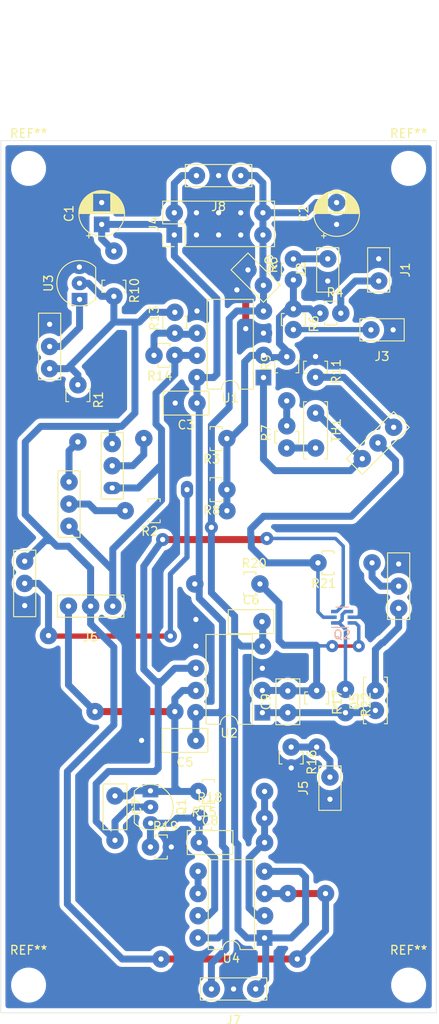
<source format=kicad_pcb>
(kicad_pcb (version 20171130) (host pcbnew "(5.1.7-0-10_14)")
  (layers (0 F.Cu signal) (31 B.Cu signal) (34 B.Paste user) (35 F.Paste user) (36 B.SilkS user) (37 F.SilkS user hide) (38 B.Mask user) (39 F.Mask user) (44 Edge.Cuts user))
  (net 0 "")
  (net 1 +12V)
  (net 2 GND)
  (net 3 -12V)
  (net 4 VCO_CORE)
  (net 5 RAW_SAW)
  (net 6 "Net-(C8-Pad2)")
  (net 7 "Net-(C8-Pad1)")
  (net 8 "Net-(C9-Pad1)")
  (net 9 "Net-(C9-Pad2)")
  (net 10 +5V)
  (net 11 "Net-(D5-Pad2)")
  (net 12 "Net-(J1-Pad1)")
  (net 13 "Net-(J2-Pad1)")
  (net 14 "Net-(J3-Pad1)")
  (net 15 "Net-(J5-Pad1)")
  (net 16 -5V)
  (net 17 "Net-(Q2-Pad1)")
  (net 18 EXPO)
  (net 19 "Net-(R1-Pad2)")
  (net 20 CV_MIX)
  (net 21 "Net-(R2-Pad2)")
  (net 22 "Net-(R3-Pad2)")
  (net 23 "Net-(R8-Pad2)")
  (net 24 "Net-(R11-Pad2)")
  (net 25 "Net-(R13-Pad1)")
  (net 26 "Net-(R21-Pad1)")
  (net 27 "Net-(RV_5V1-Pad2)")
  (net 28 "Net-(U4-Pad5)")
  (net 29 "Net-(R7-Pad2)")
  (net 30 "Net-(R7-Pad1)")
  (net 31 "Net-(RV_VOCT1-Pad1)")
  (module Zimo_Manual_PCB:C_Disc_D5.0mm_W2.5mm_P2.50mm (layer F.Cu) (at 118.872 117.5385 270)
    (fp_text reference C7 (at 1.25 -2.5 270) (layer F.SilkS))
    (fp_text value 2.2n)
    (pad 2 thru_hole circle (at 5.08 0 270) (size 2 2) (drill 0.6) (layers *.Cu *.Mask) (net 4 VCO_CORE))
    (pad 1 thru_hole circle (at 0 0 270) (size 2 2) (drill 0.6) (layers *.Cu *.Mask) (net 5 RAW_SAW))
  )
  (module MountingHole:MountingHole_3mm (layer F.Cu) (at 152.527 45.72)
    (fp_text reference REF** (at 0 -4) (layer F.SilkS))
    (fp_text value MountingHole_3mm hide)
    (pad 1 np_thru_hole circle (at 0 0) (size 3 3) (drill 3) (layers *.Cu *.Mask))
  )
  (module MountingHole:MountingHole_3mm (layer F.Cu) (at 108.966 45.72)
    (fp_text reference REF** (at 0 -4) (layer F.SilkS))
    (fp_text value MountingHole_3mm hide)
    (pad 1 np_thru_hole circle (at 0 0) (size 3 3) (drill 3) (layers *.Cu *.Mask))
  )
  (module MountingHole:MountingHole_3mm (layer F.Cu) (at 152.527 139.192)
    (fp_text reference REF** (at 0 -4) (layer F.SilkS))
    (fp_text value MountingHole_3mm hide)
    (pad 1 np_thru_hole circle (at 0 0) (size 3 3) (drill 3) (layers *.Cu *.Mask))
  )
  (module MountingHole:MountingHole_3mm (layer F.Cu) (at 108.966 139.192)
    (fp_text reference REF** (at 0 -4) (layer F.SilkS))
    (fp_text value MountingHole_3mm hide)
    (pad 1 np_thru_hole circle (at 0 0) (size 3 3) (drill 3) (layers *.Cu *.Mask))
  )
  (module Zimo_Manual_PCB:R_Axial_Vertical (layer F.Cu) (at 118.745 57.9755 270)
    (fp_text reference R10 (at 1.7272 -2.3622 270) (layer F.SilkS))
    (fp_text value 1k)
    (pad 2 thru_hole oval (at 2.3876 0 270) (size 2 2) (drill 0.6) (layers *.Cu *.Mask) (net 10 +5V))
    (pad 1 thru_hole circle (at -2.794 0 270) (size 2 2) (drill 0.6) (layers *.Cu *.Mask) (net 1 +12V))
  )
  (module Zimo_Manual_PCB:R_Axial_Vertical (layer F.Cu) (at 124.587 84.8995 180)
    (fp_text reference R2 (at 1.7272 -2.3622) (layer F.SilkS))
    (fp_text value 100k)
    (pad 1 thru_hole circle (at -7.112 0 180) (size 2 2) (drill 0.6) (layers *.Cu *.Mask) (net 20 CV_MIX))
    (pad 2 thru_hole oval (at 4.5466 0 180) (size 2 2) (drill 0.6) (layers *.Cu *.Mask) (net 21 "Net-(R2-Pad2)"))
  )
  (module Zimo_Manual_PCB:R_Axial_Vertical (layer F.Cu) (at 141.986 105.0925 270)
    (fp_text reference R17 (at 1.7272 -2.3622 270) (layer F.SilkS))
    (fp_text value 1M)
    (pad 2 thru_hole oval (at 6.858 0 270) (size 2 2) (drill 0.6) (layers *.Cu *.Mask) (net 15 "Net-(J5-Pad1)"))
    (pad 1 thru_hole circle (at 0.381 0 270) (size 2 2) (drill 0.6) (layers *.Cu *.Mask) (net 9 "Net-(C9-Pad2)"))
  )
  (module Zimo_Manual_PCB:C_Disc_D5.0mm_W2.5mm_P2.50mm (layer F.Cu) (at 128.524 122.8725)
    (fp_text reference C8 (at 1.25 -2.5) (layer F.SilkS))
    (fp_text value 22p)
    (pad 2 thru_hole circle (at 7.493 0) (size 2 2) (drill 0.6) (layers *.Cu *.Mask) (net 6 "Net-(C8-Pad2)"))
    (pad 1 thru_hole circle (at 0 0) (size 2 2) (drill 0.6) (layers *.Cu *.Mask) (net 7 "Net-(C8-Pad1)"))
  )
  (module Zimo_Manual_PCB:R_Axial_Vertical (layer F.Cu) (at 128.016 120.0785)
    (fp_text reference R18 (at 1.7272 -2.3622) (layer F.SilkS))
    (fp_text value 330k)
    (pad 1 thru_hole circle (at 0.508 0) (size 2 2) (drill 0.6) (layers *.Cu *.Mask) (net 7 "Net-(C8-Pad1)"))
    (pad 2 thru_hole oval (at 8.001 0) (size 2 2) (drill 0.6) (layers *.Cu *.Mask) (net 6 "Net-(C8-Pad2)"))
  )
  (module Zimo_Manual_PCB:R_Axial_Vertical (layer F.Cu) (at 130.81 117.0305 180)
    (fp_text reference R15 (at 1.7272 -2.3622 180) (layer F.SilkS))
    (fp_text value 22k)
    (pad 1 thru_hole circle (at -5.207 0 180) (size 2 2) (drill 0.6) (layers *.Cu *.Mask) (net 6 "Net-(C8-Pad2)"))
    (pad 2 thru_hole oval (at 2.3876 0 180) (size 2 2) (drill 0.6) (layers *.Cu *.Mask) (net 5 RAW_SAW))
  )
  (module Zimo_Manual_PCB:C_Disc_D5.0mm_W2.5mm_P2.50mm (layer F.Cu) (at 128.143 111.1885 180)
    (fp_text reference C5 (at 1.25 -2.5 180) (layer F.SilkS))
    (fp_text value 100n)
    (pad 2 thru_hole circle (at 6.223 0 180) (size 2 2) (drill 0.6) (layers *.Cu *.Mask) (net 2 GND))
    (pad 1 thru_hole circle (at 0 0 180) (size 2 2) (drill 0.6) (layers *.Cu *.Mask) (net 1 +12V))
  )
  (module Zimo_Manual_PCB:R_Axial_Vertical (layer F.Cu) (at 144.526 90.8685 180)
    (fp_text reference R21 (at 1.7272 -2.3622 180) (layer F.SilkS))
    (fp_text value 10k)
    (pad 2 thru_hole oval (at 2.3876 0 180) (size 2 2) (drill 0.6) (layers *.Cu *.Mask) (net 18 EXPO))
    (pad 1 thru_hole circle (at -3.81 0 180) (size 2 2) (drill 0.6) (layers *.Cu *.Mask) (net 26 "Net-(R21-Pad1)"))
  )
  (module Zimo_Manual_PCB:C_Disc_D5.0mm_W2.5mm_P2.50mm (layer F.Cu) (at 133.223 97.5995)
    (fp_text reference C6 (at 1.25 -2.5) (layer F.SilkS))
    (fp_text value 100n)
    (pad 1 thru_hole circle (at -5.08 -0.254) (size 2 2) (drill 0.6) (layers *.Cu *.Mask) (net 2 GND))
    (pad 2 thru_hole circle (at 2.5 0) (size 2 2) (drill 0.6) (layers *.Cu *.Mask) (net 3 -12V))
  )
  (module Zimo_Manual_PCB:R_Axial_Vertical (layer F.Cu) (at 133.096 93.2815)
    (fp_text reference R20 (at 1.7272 -2.3622) (layer F.SilkS))
    (fp_text value 1M)
    (pad 1 thru_hole circle (at -5.08 0) (size 2 2) (drill 0.6) (layers *.Cu *.Mask) (net 1 +12V))
    (pad 2 thru_hole oval (at 2.3876 0) (size 2 2) (drill 0.6) (layers *.Cu *.Mask) (net 9 "Net-(C9-Pad2)"))
  )
  (module Zimo_Manual_PCB:R_Axial_Vertical (layer F.Cu) (at 131.699 76.6445 180)
    (fp_text reference R3 (at 1.7272 -2.3622 180) (layer F.SilkS))
    (fp_text value 100k)
    (pad 1 thru_hole circle (at 0 0 180) (size 2 2) (drill 0.6) (layers *.Cu *.Mask) (net 20 CV_MIX))
    (pad 2 thru_hole oval (at 9.525 0 180) (size 2 2) (drill 0.6) (layers *.Cu *.Mask) (net 22 "Net-(R3-Pad2)"))
  )
  (module Zimo_Manual_PCB:R_Axial_Vertical (layer F.Cu) (at 131.699 82.4865 180)
    (fp_text reference R8 (at 1.7272 -2.3622 180) (layer F.SilkS))
    (fp_text value 470k)
    (pad 2 thru_hole oval (at 4.572 0 180) (size 1.4 2) (drill 0.6) (layers *.Cu *.Mask) (net 23 "Net-(R8-Pad2)"))
    (pad 1 thru_hole circle (at 0 0 180) (size 2 2) (drill 0.6) (layers *.Cu *.Mask) (net 20 CV_MIX))
  )
  (module Zimo_Manual_PCB:CP_Radial_D5.0mm_P2.50mm (layer F.Cu) (at 117.348 52.1335 90)
    (fp_text reference C1 (at 1.25 -3.75 90) (layer F.SilkS))
    (fp_text value 10u)
    (pad 1 thru_hole rect (at 0 0 90) (size 1.8 1.8) (drill 0.6) (layers *.Cu *.Mask) (net 1 +12V))
    (pad 2 thru_hole circle (at 2.5 0 90) (size 2 2) (drill 0.6) (layers *.Cu *.Mask) (net 2 GND))
  )
  (module Zimo_Manual_PCB:CP_Radial_D5.0mm_P2.50mm (layer F.Cu) (at 144.272 52.1335 90)
    (fp_text reference C2 (at 1.25 -3.75 90) (layer F.SilkS))
    (fp_text value 10u)
    (pad 2 thru_hole circle (at 2.5 0 90) (size 2 2) (drill 0.6) (layers *.Cu *.Mask) (net 3 -12V))
    (pad 1 thru_hole rect (at 0 0 90) (size 1.8 1.8) (drill 0.6) (layers *.Cu *.Mask) (net 2 GND))
  )
  (module Zimo_Manual_PCB:C_Disc_D5.0mm_W2.5mm_P2.50mm (layer F.Cu) (at 128.27 72.5805 180)
    (fp_text reference C3 (at 1.25 -2.5) (layer F.SilkS))
    (fp_text value 100n)
    (pad 2 thru_hole circle (at 2.5 0 180) (size 2 2) (drill 0.6) (layers *.Cu *.Mask) (net 2 GND))
    (pad 1 thru_hole circle (at 0 0 180) (size 2 2) (drill 0.6) (layers *.Cu *.Mask) (net 1 +12V))
  )
  (module Zimo_Manual_PCB:C_Disc_D5.0mm_W2.5mm_P2.50mm (layer F.Cu) (at 134.112 57.3405 315)
    (fp_text reference C4 (at 1.25 -2.5 135) (layer F.SilkS))
    (fp_text value 100n)
    (pad 1 thru_hole circle (at 0 0 315) (size 2 2) (drill 0.6) (layers *.Cu *.Mask) (net 2 GND))
    (pad 2 thru_hole circle (at 2.5 0 315) (size 2 2) (drill 0.6) (layers *.Cu *.Mask) (net 3 -12V))
  )
  (module Zimo_Manual_PCB:C_Disc_D5.0mm_W2.5mm_P2.50mm (layer F.Cu) (at 138.684 108.0135 90)
    (fp_text reference C9 (at 1.25 -2.5 90) (layer F.SilkS))
    (fp_text value 1n)
    (pad 1 thru_hole circle (at 0 0 90) (size 2 2) (drill 0.6) (layers *.Cu *.Mask) (net 8 "Net-(C9-Pad1)"))
    (pad 2 thru_hole circle (at 2.5 0 90) (size 2 2) (drill 0.6) (layers *.Cu *.Mask) (net 9 "Net-(C9-Pad2)"))
  )
  (module Zimo_Manual_PCB:D_Axial-Vertical (layer F.Cu) (at 148.717 107.7595 90)
    (fp_text reference D5 (at 1.016 -2.37 90) (layer F.SilkS))
    (fp_text value 1N4148)
    (pad 2 thru_hole oval (at 2.286 0 90) (size 2 2) (drill 0.6) (layers *.Cu *.Mask) (net 11 "Net-(D5-Pad2)"))
    (pad 1 thru_hole circle (at 0 0 90) (size 2 2) (drill 0.6) (layers *.Cu *.Mask) (net 8 "Net-(C9-Pad1)"))
  )
  (module Zimo_Manual_PCB:NSL25_01x02_Vertical (layer F.Cu) (at 149.098 58.6105 90)
    (fp_text reference J1 (at 1.27 3.048 90) (layer F.SilkS))
    (fp_text value V/Oct)
    (pad 1 thru_hole circle (at 0 0 90) (size 2 2) (drill 0.6) (layers *.Cu *.Mask) (net 12 "Net-(J1-Pad1)"))
    (pad 2 thru_hole circle (at 2.54 0 90) (size 2 2) (drill 0.6) (layers *.Cu *.Mask) (net 2 GND))
  )
  (module Zimo_Manual_PCB:NSL25_01x02_Vertical (layer F.Cu) (at 143.256 56.0705 270)
    (fp_text reference J2 (at 1.27 3.048 90) (layer F.SilkS))
    (fp_text value V/Oct)
    (pad 2 thru_hole circle (at 2.54 0 270) (size 2 2) (drill 0.6) (layers *.Cu *.Mask) (net 2 GND))
    (pad 1 thru_hole circle (at 0 0 270) (size 2 2) (drill 0.6) (layers *.Cu *.Mask) (net 13 "Net-(J2-Pad1)"))
  )
  (module Zimo_Manual_PCB:NSL25_01x02_Vertical (layer F.Cu) (at 148.209 64.1985)
    (fp_text reference J3 (at 1.27 3.048) (layer F.SilkS))
    (fp_text value V/Oct)
    (pad 1 thru_hole circle (at 0 0) (size 2 2) (drill 0.6) (layers *.Cu *.Mask) (net 14 "Net-(J3-Pad1)"))
    (pad 2 thru_hole circle (at 2.54 0) (size 2 2) (drill 0.6) (layers *.Cu *.Mask) (net 2 GND))
  )
  (module Zimo_Manual_PCB:Eurorack_Power_Supply (layer F.Cu) (at 125.6665 53.34 90)
    (fp_text reference J4 (at 1.27 -2.33 90) (layer F.SilkS))
    (fp_text value Power)
    (pad 10 thru_hole oval (at 2.54 10.16 90) (size 2 2) (drill 0.6) (layers *.Cu *.Mask) (net 3 -12V))
    (pad 9 thru_hole oval (at 0 10.16 90) (size 2 2) (drill 0.6) (layers *.Cu *.Mask) (net 3 -12V))
    (pad 8 thru_hole oval (at 2.54 7.62 90) (size 2 2) (drill 0.6) (layers *.Cu *.Mask) (net 2 GND))
    (pad 7 thru_hole oval (at 0 7.62 90) (size 2 2) (drill 0.6) (layers *.Cu *.Mask) (net 2 GND))
    (pad 6 thru_hole oval (at 2.54 5.08 90) (size 2 2) (drill 0.6) (layers *.Cu *.Mask) (net 2 GND))
    (pad 5 thru_hole oval (at 0 5.08 90) (size 2 2) (drill 0.6) (layers *.Cu *.Mask) (net 2 GND))
    (pad 4 thru_hole oval (at 2.54 2.54 90) (size 2 2) (drill 0.6) (layers *.Cu *.Mask) (net 2 GND))
    (pad 3 thru_hole oval (at 0 2.54 90) (size 2 2) (drill 0.6) (layers *.Cu *.Mask) (net 2 GND))
    (pad 2 thru_hole oval (at 2.54 0 90) (size 2 2) (drill 0.6) (layers *.Cu *.Mask) (net 1 +12V))
    (pad 1 thru_hole rect (at 0 0 90) (size 1.8 1.8) (drill 0.6) (layers *.Cu *.Mask) (net 1 +12V))
  )
  (module Zimo_Manual_PCB:NSL25_01x02_Vertical (layer F.Cu) (at 143.51 115.3795 270)
    (fp_text reference J5 (at 1.27 3.048 90) (layer F.SilkS))
    (fp_text value "FM Lin")
    (pad 2 thru_hole circle (at 2.54 0 270) (size 2 2) (drill 0.6) (layers *.Cu *.Mask) (net 2 GND))
    (pad 1 thru_hole circle (at 0 0 270) (size 2 2) (drill 0.6) (layers *.Cu *.Mask) (net 15 "Net-(J5-Pad1)"))
  )
  (module Zimo_Manual_PCB:NSL25_01x03_Vertical (layer F.Cu) (at 113.538 95.8215)
    (fp_text reference J6 (at 2.54 3.556) (layer F.SilkS))
    (fp_text value Out_1)
    (pad 3 thru_hole circle (at 5.08 0) (size 2 2) (drill 0.6) (layers *.Cu *.Mask) (net 16 -5V))
    (pad 2 thru_hole circle (at 2.54 0) (size 2 2) (drill 0.6) (layers *.Cu *.Mask) (net 10 +5V))
    (pad 1 thru_hole circle (at 0 0) (size 2 2) (drill 0.6) (layers *.Cu *.Mask) (net 5 RAW_SAW))
  )
  (module Zimo_Manual_PCB:NSL25_01x03_Vertical (layer F.Cu) (at 129.921 139.6365)
    (fp_text reference J7 (at 2.54 3.556) (layer F.SilkS))
    (fp_text value Out_2)
    (pad 3 thru_hole circle (at 5.08 0) (size 2 2) (drill 0.6) (layers *.Cu *.Mask) (net 3 -12V))
    (pad 2 thru_hole circle (at 2.54 0) (size 2 2) (drill 0.6) (layers *.Cu *.Mask) (net 2 GND))
    (pad 1 thru_hole circle (at 0 0) (size 2 2) (drill 0.6) (layers *.Cu *.Mask) (net 1 +12V))
  )
  (module Zimo_Manual_PCB:TO-92_Inline (layer F.Cu) (at 122.936 117.5385 270)
    (fp_text reference Q1 (at 1.27 -3.56 90) (layer F.SilkS))
    (fp_text value J111)
    (pad 2 thru_hole oval (at 1.27 0 270) (size 1.6 1.8) (drill 0.6) (layers *.Cu *.Mask) (net 4 VCO_CORE))
    (pad 3 thru_hole oval (at 3.1242 -0.0254 270) (size 1.6 1.8) (drill 0.6) (layers *.Cu *.Mask) (net 7 "Net-(C8-Pad1)"))
    (pad 1 thru_hole rect (at -0.5842 0 270) (size 1.5 1.8) (drill 0.6) (layers *.Cu *.Mask) (net 5 RAW_SAW))
  )
  (module Zimo_Manual_PCB:R_Axial_Vertical (layer F.Cu) (at 114.6175 70.485 270)
    (fp_text reference R1 (at 1.7272 -2.3622 90) (layer F.SilkS))
    (fp_text value 10k)
    (pad 2 thru_hole oval (at 6.5405 0 270) (size 2 2) (drill 0.6) (layers *.Cu *.Mask) (net 19 "Net-(R1-Pad2)"))
    (pad 1 thru_hole circle (at 0 0 270) (size 2 2) (drill 0.6) (layers *.Cu *.Mask) (net 10 +5V))
  )
  (module Zimo_Manual_PCB:R_Axial_Vertical (layer F.Cu) (at 142.367 62.2935)
    (fp_text reference R4 (at 1.7272 -2.3622) (layer F.SilkS))
    (fp_text value "100k(0.1%)")
    (pad 2 thru_hole oval (at 2.3876 0) (size 2 2) (drill 0.6) (layers *.Cu *.Mask) (net 12 "Net-(J1-Pad1)"))
    (pad 1 thru_hole circle (at 0 0) (size 2 2) (drill 0.6) (layers *.Cu *.Mask) (net 20 CV_MIX))
  )
  (module Zimo_Manual_PCB:R_Axial_Vertical (layer F.Cu) (at 139.319 58.4835 90)
    (fp_text reference R5 (at 1.7272 -2.3622 90) (layer F.SilkS))
    (fp_text value "100k(0.1%)")
    (pad 1 thru_hole circle (at 0 0 90) (size 2 2) (drill 0.6) (layers *.Cu *.Mask) (net 20 CV_MIX))
    (pad 2 thru_hole oval (at 2.3876 0 90) (size 2 2) (drill 0.6) (layers *.Cu *.Mask) (net 13 "Net-(J2-Pad1)"))
  )
  (module Zimo_Manual_PCB:R_Axial_Vertical (layer F.Cu) (at 139.319 61.7855 270)
    (fp_text reference R6 (at 1.7272 -2.3622 90) (layer F.SilkS))
    (fp_text value "100k(0.1%)")
    (pad 2 thru_hole oval (at 2.3876 0 270) (size 2 2) (drill 0.6) (layers *.Cu *.Mask) (net 14 "Net-(J3-Pad1)"))
    (pad 1 thru_hole circle (at 0 0 270) (size 2 2) (drill 0.6) (layers *.Cu *.Mask) (net 20 CV_MIX))
  )
  (module Zimo_Manual_PCB:R_Axial_Vertical (layer F.Cu) (at 138.557 69.6595 90)
    (fp_text reference R9 (at 1.7272 -2.3622 90) (layer F.SilkS))
    (fp_text value 1k)
    (pad 1 thru_hole circle (at -2.667 0 90) (size 2 2) (drill 0.6) (layers *.Cu *.Mask) (net 29 "Net-(R7-Pad2)"))
    (pad 2 thru_hole oval (at 2.3876 0 90) (size 2 2) (drill 0.6) (layers *.Cu *.Mask) (net 20 CV_MIX))
  )
  (module Zimo_Manual_PCB:R_Axial_Vertical (layer F.Cu) (at 141.859 67.2465 270)
    (fp_text reference R11 (at 1.7272 -2.3622 90) (layer F.SilkS))
    (fp_text value 220)
    (pad 2 thru_hole oval (at 2.3876 0 270) (size 2 2) (drill 0.6) (layers *.Cu *.Mask) (net 24 "Net-(R11-Pad2)"))
    (pad 1 thru_hole circle (at 0 0 270) (size 2 2) (drill 0.6) (layers *.Cu *.Mask) (net 2 GND))
  )
  (module Zimo_Manual_PCB:R_Axial_Vertical (layer F.Cu) (at 125.73 64.5795 90)
    (fp_text reference R13 (at 1.7272 -2.3622 90) (layer F.SilkS))
    (fp_text value "10k(1%)")
    (pad 1 thru_hole circle (at 0 0 90) (size 2 2) (drill 0.6) (layers *.Cu *.Mask) (net 25 "Net-(R13-Pad1)"))
    (pad 2 thru_hole oval (at 2.3876 0 90) (size 2 2) (drill 0.6) (layers *.Cu *.Mask) (net 10 +5V))
  )
  (module Zimo_Manual_PCB:R_Axial_Vertical (layer F.Cu) (at 125.73 67.1195 180)
    (fp_text reference R14 (at 1.7272 -2.3622) (layer F.SilkS))
    (fp_text value "10k(1%)")
    (pad 1 thru_hole circle (at 0 0 180) (size 2 2) (drill 0.6) (layers *.Cu *.Mask) (net 16 -5V))
    (pad 2 thru_hole oval (at 2.3876 0 180) (size 2 2) (drill 0.6) (layers *.Cu *.Mask) (net 25 "Net-(R13-Pad1)"))
  )
  (module Zimo_Manual_PCB:R_Axial_Vertical (layer F.Cu) (at 139.065 111.9505 270)
    (fp_text reference R16 (at 1.7272 -2.3622 90) (layer F.SilkS))
    (fp_text value 100k)
    (pad 1 thru_hole circle (at 0 0 270) (size 2 2) (drill 0.6) (layers *.Cu *.Mask) (net 15 "Net-(J5-Pad1)"))
    (pad 2 thru_hole oval (at 2.3876 0 270) (size 2 2) (drill 0.6) (layers *.Cu *.Mask) (net 2 GND))
  )
  (module Zimo_Manual_PCB:R_Axial_Vertical (layer F.Cu) (at 122.936 123.3805)
    (fp_text reference R19 (at 1.7272 -2.3622) (layer F.SilkS))
    (fp_text value 2.2k)
    (pad 2 thru_hole oval (at 2.3876 0) (size 2 2) (drill 0.6) (layers *.Cu *.Mask) (net 2 GND))
    (pad 1 thru_hole circle (at 0 0) (size 2 2) (drill 0.6) (layers *.Cu *.Mask) (net 7 "Net-(C8-Pad1)"))
  )
  (module Zimo_Manual_PCB:R_Axial_Vertical (layer F.Cu) (at 145.288 105.3465 270)
    (fp_text reference R22 (at 1.7272 -2.3622 90) (layer F.SilkS))
    (fp_text value 10k)
    (pad 2 thru_hole oval (at 2.667 0 270) (size 2 2) (drill 0.6) (layers *.Cu *.Mask) (net 8 "Net-(C9-Pad1)"))
    (pad 1 thru_hole circle (at 0 0 270) (size 2 2) (drill 0.6) (layers *.Cu *.Mask) (net 17 "Net-(Q2-Pad1)"))
  )
  (module Zimo_Manual_PCB:PinOut_01x03 (layer F.Cu) (at 111.379 63.5635 270)
    (fp_text reference RV_5V1)
    (fp_text value 10k)
    (pad 3 thru_hole circle (at 5.08 0 270) (size 2 2) (drill 0.6) (layers *.Cu *.Mask) (net 10 +5V))
    (pad 2 thru_hole circle (at 2.54 0 270) (size 2 2) (drill 0.6) (layers *.Cu *.Mask) (net 27 "Net-(RV_5V1-Pad2)"))
    (pad 1 thru_hole circle (at 0 0 270) (size 2 2) (drill 0.6) (layers *.Cu *.Mask) (net 2 GND))
  )
  (module Zimo_Manual_PCB:PinOut_01x03 (layer F.Cu) (at 113.6015 81.5975 270)
    (fp_text reference RV_BASE1)
    (fp_text value 10k)
    (pad 3 thru_hole circle (at 5.08 0 270) (size 2 2) (drill 0.6) (layers *.Cu *.Mask) (net 16 -5V))
    (pad 2 thru_hole circle (at 2.54 0 270) (size 2 2) (drill 0.6) (layers *.Cu *.Mask) (net 21 "Net-(R2-Pad2)"))
    (pad 1 thru_hole circle (at 0 0 270) (size 2 2) (drill 0.6) (layers *.Cu *.Mask) (net 19 "Net-(R1-Pad2)"))
  )
  (module Zimo_Manual_PCB:NSL25_01x03_Vertical (layer F.Cu) (at 118.5545 77.216 270)
    (fp_text reference RV_COARSE1)
    (fp_text value 100k)
    (pad 1 thru_hole circle (at 0 0 270) (size 2 2) (drill 0.6) (layers *.Cu *.Mask) (net 10 +5V))
    (pad 2 thru_hole circle (at 2.54 0 270) (size 2 2) (drill 0.6) (layers *.Cu *.Mask) (net 22 "Net-(R3-Pad2)"))
    (pad 3 thru_hole oval (at 5.08 0 270) (size 1.4 2) (drill 0.6) (layers *.Cu *.Mask) (net 16 -5V))
  )
  (module Zimo_Manual_PCB:NSL25_01x03_Vertical (layer F.Cu) (at 108.5215 90.678 270)
    (fp_text reference RV_FINE1)
    (fp_text value 100k)
    (pad 1 thru_hole circle (at 0 0 270) (size 2 2) (drill 0.6) (layers *.Cu *.Mask) (net 10 +5V))
    (pad 2 thru_hole circle (at 2.54 0 270) (size 2 2) (drill 0.6) (layers *.Cu *.Mask) (net 23 "Net-(R8-Pad2)"))
    (pad 3 thru_hole circle (at 5.08 0 270) (size 2 2) (drill 0.6) (layers *.Cu *.Mask) (net 2 GND))
  )
  (module Zimo_Manual_PCB:PinOut_01x03 (layer F.Cu) (at 151.384 90.9955 270)
    (fp_text reference RV_HIFREQ1)
    (fp_text value 2.2k)
    (pad 1 thru_hole circle (at 0 0 270) (size 2 2) (drill 0.6) (layers *.Cu *.Mask) (net 2 GND))
    (pad 2 thru_hole circle (at 2.54 0 270) (size 2 2) (drill 0.6) (layers *.Cu *.Mask) (net 26 "Net-(R21-Pad1)"))
    (pad 3 thru_hole circle (at 5.08 0 270) (size 2 2) (drill 0.6) (layers *.Cu *.Mask) (net 11 "Net-(D5-Pad2)"))
  )
  (module Zimo_Manual_PCB:PinOut_01x03 (layer F.Cu) (at 147.2184 78.9432 45)
    (fp_text reference RV_VOCT1)
    (fp_text value 100)
    (pad 1 thru_hole circle (at 0 0 45) (size 2 2) (drill 0.6) (layers *.Cu *.Mask) (net 31 "Net-(RV_VOCT1-Pad1)"))
    (pad 2 thru_hole circle (at 2.54 0 45) (size 2 2) (drill 0.6) (layers *.Cu *.Mask) (net 18 EXPO))
    (pad 3 thru_hole circle (at 5.08 0 45) (size 2 2) (drill 0.6) (layers *.Cu *.Mask) (net 24 "Net-(R11-Pad2)"))
  )
  (module Zimo_Manual_PCB:DIP-8_W7.62mm (layer F.Cu) (at 135.89 69.6595 180)
    (fp_text reference U1 (at 3.81 -2.33) (layer F.SilkS))
    (fp_text value TL072)
    (pad 8 thru_hole oval (at 7.62 0 180) (size 2 2) (drill 0.6) (layers *.Cu *.Mask) (net 1 +12V))
    (pad 4 thru_hole oval (at 0 7.62 180) (size 2 2) (drill 0.6) (layers *.Cu *.Mask) (net 3 -12V))
    (pad 7 thru_hole oval (at 7.62 2.54 180) (size 2 2) (drill 0.6) (layers *.Cu *.Mask) (net 16 -5V))
    (pad 3 thru_hole oval (at 0 5.08 180) (size 2 2) (drill 0.6) (layers *.Cu *.Mask) (net 2 GND))
    (pad 6 thru_hole oval (at 7.62 5.08 180) (size 2 2) (drill 0.6) (layers *.Cu *.Mask) (net 25 "Net-(R13-Pad1)"))
    (pad 2 thru_hole oval (at 0 2.54 180) (size 2 2) (drill 0.6) (layers *.Cu *.Mask) (net 20 CV_MIX))
    (pad 5 thru_hole oval (at 7.62 7.62 180) (size 2 2) (drill 0.6) (layers *.Cu *.Mask) (net 2 GND))
    (pad 1 thru_hole rect (at 0 0 180) (size 1.8 1.8) (drill 0.6) (layers *.Cu *.Mask) (net 31 "Net-(RV_VOCT1-Pad1)"))
  )
  (module Zimo_Manual_PCB:TO-92_Inline (layer F.Cu) (at 114.808 60.1345 90)
    (fp_text reference U3 (at 1.27 -3.56 90) (layer F.SilkS))
    (fp_text value LM336-5Z)
    (pad 1 thru_hole rect (at -0.5842 0 90) (size 1.5 1.8) (drill 0.6) (layers *.Cu *.Mask) (net 27 "Net-(RV_5V1-Pad2)"))
    (pad 3 thru_hole oval (at 3.1242 -0.0254 90) (size 1.6 1.8) (drill 0.6) (layers *.Cu *.Mask) (net 2 GND))
    (pad 2 thru_hole oval (at 1.27 0 90) (size 1.6 1.8) (drill 0.6) (layers *.Cu *.Mask) (net 10 +5V))
  )
  (module Zimo_Manual_PCB:DIP-8_W7.62mm (layer F.Cu) (at 136.017 133.7945 180)
    (fp_text reference U4 (at 3.81 -2.33) (layer F.SilkS))
    (fp_text value LM311)
    (pad 8 thru_hole oval (at 7.62 0 180) (size 2 2) (drill 0.6) (layers *.Cu *.Mask) (net 1 +12V))
    (pad 4 thru_hole oval (at 0 7.62 180) (size 2 2) (drill 0.6) (layers *.Cu *.Mask) (net 3 -12V))
    (pad 7 thru_hole oval (at 7.62 2.54 180) (size 2 2) (drill 0.6) (layers *.Cu *.Mask) (net 7 "Net-(C8-Pad1)"))
    (pad 3 thru_hole oval (at 0 5.08 180) (size 2 2) (drill 0.6) (layers *.Cu *.Mask) (net 10 +5V))
    (pad 6 thru_hole oval (at 7.62 5.08 180) (size 2 2) (drill 0.6) (layers *.Cu *.Mask) (net 28 "Net-(U4-Pad5)"))
    (pad 2 thru_hole oval (at 0 2.54 180) (size 2 2) (drill 0.6) (layers *.Cu *.Mask) (net 6 "Net-(C8-Pad2)"))
    (pad 5 thru_hole oval (at 7.62 7.62 180) (size 2 2) (drill 0.6) (layers *.Cu *.Mask) (net 28 "Net-(U4-Pad5)"))
    (pad 1 thru_hole rect (at 0 0 180) (size 1.8 1.8) (drill 0.6) (layers *.Cu *.Mask) (net 3 -12V))
  )
  (module Zimo_Manual_PCB:DIP-8_W7.62mm (layer F.Cu) (at 135.763 108.0135 180)
    (fp_text reference U2 (at 3.81 -2.33) (layer F.SilkS))
    (fp_text value TL072)
    (pad 8 thru_hole oval (at 7.62 0 180) (size 2 2) (drill 0.6) (layers *.Cu *.Mask) (net 1 +12V))
    (pad 4 thru_hole oval (at 0 7.62 180) (size 2 2) (drill 0.6) (layers *.Cu *.Mask) (net 3 -12V))
    (pad 7 thru_hole oval (at 7.62 2.54 180) (size 2 2) (drill 0.6) (layers *.Cu *.Mask) (net 5 RAW_SAW))
    (pad 3 thru_hole oval (at 0 5.08 180) (size 2 2) (drill 0.6) (layers *.Cu *.Mask) (net 2 GND))
    (pad 6 thru_hole oval (at 7.62 5.08 180) (size 2 2) (drill 0.6) (layers *.Cu *.Mask) (net 4 VCO_CORE))
    (pad 2 thru_hole oval (at 0 2.54 180) (size 2 2) (drill 0.6) (layers *.Cu *.Mask) (net 9 "Net-(C9-Pad2)"))
    (pad 5 thru_hole oval (at 7.62 7.62 180) (size 2 2) (drill 0.6) (layers *.Cu *.Mask) (net 2 GND))
    (pad 1 thru_hole rect (at 0 0 180) (size 1.8 1.8) (drill 0.6) (layers *.Cu *.Mask) (net 8 "Net-(C9-Pad1)"))
  )
  (module Package_TO_SOT_SMD:SOT-363_SC-70-6 (layer B.Cu) (at 144.907 97.0915)
    (fp_text reference Q2 (at 0 2) (layer B.SilkS))
    (fp_text value BC847BS)
    (pad 1 smd rect (at -0.95 0.65) (size 0.65 0.4) (layers B.Cu B.Paste B.Mask) (net 17 "Net-(Q2-Pad1)"))
    (pad 3 smd rect (at -0.95 -0.65) (size 0.65 0.4) (layers B.Cu B.Paste B.Mask) (net 4 VCO_CORE))
    (pad 5 smd rect (at 0.95 0) (size 0.65 0.4) (layers B.Cu B.Paste B.Mask) (net 2 GND))
    (pad 2 smd rect (at -0.95 0) (size 0.65 0.4) (layers B.Cu B.Paste B.Mask) (net 18 EXPO))
    (pad 4 smd rect (at 0.95 -0.65) (size 0.65 0.4) (layers B.Cu B.Paste B.Mask) (net 17 "Net-(Q2-Pad1)"))
    (pad 6 smd rect (at 0.95 0.65) (size 0.65 0.4) (layers B.Cu B.Paste B.Mask) (net 9 "Net-(C9-Pad2)"))
  )
  (module Zimo_Manual_PCB:R_Axial_DIN0207_L6.3mm_D2.5mm_P7.62mm_Horizontal (layer F.Cu) (at 141.859 71.882 270)
    (fp_text reference TH1 (at 3.81 -2.37 90) (layer F.SilkS))
    (fp_text value KTY81-120)
    (pad 2 thru_hole oval (at 5.842 0 270) (size 2 2) (drill 0.6) (layers *.Cu *.Mask) (net 30 "Net-(R7-Pad1)"))
    (pad 1 thru_hole circle (at 1.8415 0 270) (size 2 2) (drill 0.6) (layers *.Cu *.Mask) (net 31 "Net-(RV_VOCT1-Pad1)"))
  )
  (module Zimo_Manual_PCB:NSL25_01x03_Vertical (layer F.Cu) (at 128.2065 46.5455)
    (fp_text reference J8 (at 2.54 3.556) (layer F.SilkS))
    (fp_text value "Custom Power")
    (pad 1 thru_hole circle (at 0 0) (size 2 2) (drill 0.6) (layers *.Cu *.Mask) (net 1 +12V))
    (pad 2 thru_hole circle (at 2.54 0) (size 2 2) (drill 0.6) (layers *.Cu *.Mask) (net 2 GND))
    (pad 3 thru_hole circle (at 5.08 0) (size 2 2) (drill 0.6) (layers *.Cu *.Mask) (net 3 -12V))
  )
  (module Zimo_Manual_PCB:R_Axial_Vertical (layer F.Cu) (at 138.557 77.724 90)
    (fp_text reference R7 (at 1.7272 -2.3622 90) (layer F.SilkS))
    (fp_text value 390)
    (pad 2 thru_hole oval (at 2.54 0 90) (size 2 2) (drill 0.6) (layers *.Cu *.Mask) (net 29 "Net-(R7-Pad2)"))
    (pad 1 thru_hole circle (at 0 0 90) (size 2 2) (drill 0.6) (layers *.Cu *.Mask) (net 30 "Net-(R7-Pad1)"))
  )
  (gr_line (start 105.791 142.367) (end 105.791 42.545) (layer Edge.Cuts) (width 0.05))
  (gr_line (start 155.702 142.367) (end 105.791 142.367) (layer Edge.Cuts) (width 0.05))
  (gr_line (start 155.702 42.545) (end 155.702 142.367) (layer Edge.Cuts) (width 0.05))
  (gr_line (start 105.791 42.545) (end 155.702 42.545) (layer Edge.Cuts) (width 0.05))
  (segment (start 125.6715 52.1335) (end 117.348 52.1335) (width 0.8) (layer B.Cu) (net 1))
  (segment (start 118.364 54.8005) (end 118.745 55.1815) (width 0.8) (layer B.Cu) (net 1))
  (segment (start 128.27 69.6595) (end 128.27 72.5805) (width 0.8) (layer B.Cu) (net 1))
  (segment (start 130.81 108.0135) (end 128.143 108.0135) (width 0.8) (layer B.Cu) (net 1))
  (segment (start 131.191 107.6325) (end 130.81 108.0135) (width 0.8) (layer B.Cu) (net 1))
  (segment (start 131.191 97.5995) (end 131.191 107.6325) (width 0.8) (layer B.Cu) (net 1))
  (segment (start 128.524 94.9325) (end 131.191 97.5995) (width 0.8) (layer B.Cu) (net 1))
  (segment (start 128.27 72.5805) (end 128.524 72.8345) (width 0.8) (layer B.Cu) (net 1))
  (segment (start 131.572 132.9055) (end 130.683 133.7945) (width 0.8) (layer B.Cu) (net 1))
  (segment (start 130.683 133.7945) (end 128.397 133.7945) (width 0.8) (layer B.Cu) (net 1))
  (segment (start 131.191 123.2535) (end 131.572 123.6345) (width 0.8) (layer B.Cu) (net 1))
  (segment (start 131.572 123.6345) (end 131.572 132.9055) (width 0.8) (layer B.Cu) (net 1))
  (segment (start 131.191 107.6325) (end 131.191 123.2535) (width 0.8) (layer B.Cu) (net 1))
  (segment (start 128.143 108.0135) (end 128.143 111.1885) (width 0.8) (layer B.Cu) (net 1))
  (segment (start 128.397 93.2815) (end 128.524 93.1545) (width 0.8) (layer B.Cu) (net 1))
  (segment (start 128.524 93.1545) (end 128.524 94.9325) (width 0.8) (layer B.Cu) (net 1))
  (segment (start 128.524 72.8345) (end 128.524 93.1545) (width 0.8) (layer B.Cu) (net 1))
  (segment (start 129.921 138.7475) (end 129.921 136.7155) (width 0.8) (layer B.Cu) (net 1))
  (segment (start 131.572 135.0645) (end 131.572 132.9055) (width 0.8) (layer B.Cu) (net 1))
  (segment (start 129.921 136.7155) (end 131.572 135.0645) (width 0.8) (layer B.Cu) (net 1))
  (segment (start 130.556 60.6425) (end 130.556 69.2785) (width 0.8) (layer B.Cu) (net 1))
  (segment (start 130.175 69.6595) (end 128.27 69.6595) (width 0.8) (layer B.Cu) (net 1))
  (segment (start 130.556 69.2785) (end 130.175 69.6595) (width 0.8) (layer B.Cu) (net 1))
  (segment (start 125.6715 55.758) (end 130.556 60.6425) (width 0.8) (layer B.Cu) (net 1))
  (segment (start 125.6715 52.1335) (end 125.6715 55.758) (width 0.8) (layer B.Cu) (net 1))
  (segment (start 117.348 53.7845) (end 117.348 52.1335) (width 0.8) (layer B.Cu) (net 1))
  (segment (start 118.745 55.1815) (end 117.348 53.7845) (width 0.8) (layer B.Cu) (net 1))
  (segment (start 125.6665 50.8) (end 125.6665 53.34) (width 0.8) (layer B.Cu) (net 1))
  (segment (start 128.2065 46.5455) (end 126.5555 46.5455) (width 0.8) (layer B.Cu) (net 1))
  (segment (start 125.6665 47.4345) (end 125.6665 50.8) (width 0.8) (layer B.Cu) (net 1))
  (segment (start 126.5555 46.5455) (end 125.6665 47.4345) (width 0.8) (layer B.Cu) (net 1))
  (via (at 132.842 59.6265) (size 1.6) (drill 0.6) (layers F.Cu B.Cu) (net 2))
  (via (at 133.858 64.0715) (size 1.6) (drill 0.6) (layers F.Cu B.Cu) (net 2))
  (segment (start 133.858 60.6425) (end 132.842 59.6265) (width 0.8) (layer F.Cu) (net 2))
  (segment (start 133.858 64.0715) (end 133.858 60.6425) (width 0.8) (layer F.Cu) (net 2))
  (segment (start 145.857 97.0915) (end 147.066 97.0915) (width 0.4) (layer B.Cu) (net 2))
  (segment (start 135.89 59.4125) (end 135.85 59.3725) (width 0.8) (layer B.Cu) (net 3))
  (segment (start 135.89 62.0395) (end 135.89 59.4125) (width 0.8) (layer B.Cu) (net 3))
  (segment (start 133.985 133.7945) (end 136.017 133.7945) (width 0.8) (layer B.Cu) (net 3))
  (segment (start 133.35 100.3935) (end 135.763 100.3935) (width 0.8) (layer B.Cu) (net 3))
  (segment (start 132.588 99.6315) (end 133.35 100.3935) (width 0.8) (layer B.Cu) (net 3))
  (segment (start 133.1595 132.969) (end 133.985 133.7945) (width 0.8) (layer B.Cu) (net 3))
  (segment (start 132.969 132.7785) (end 133.1595 132.969) (width 0.8) (layer B.Cu) (net 3))
  (segment (start 132.969 123.1265) (end 132.969 132.7785) (width 0.8) (layer B.Cu) (net 3))
  (segment (start 132.588 122.7455) (end 132.969 123.1265) (width 0.8) (layer B.Cu) (net 3))
  (segment (start 132.588 99.6315) (end 132.588 122.7455) (width 0.8) (layer B.Cu) (net 3))
  (segment (start 135.803 100.3535) (end 135.763 100.3935) (width 0.8) (layer B.Cu) (net 3))
  (segment (start 135.803 97.5995) (end 135.803 100.3535) (width 0.8) (layer B.Cu) (net 3))
  (segment (start 136.017 133.7945) (end 139.065 133.7945) (width 0.8) (layer B.Cu) (net 3))
  (segment (start 139.065 133.7945) (end 140.716 132.1435) (width 0.8) (layer B.Cu) (net 3))
  (segment (start 140.716 132.1435) (end 140.716 126.8095) (width 0.8) (layer B.Cu) (net 3))
  (segment (start 140.081 126.1745) (end 136.017 126.1745) (width 0.8) (layer B.Cu) (net 3))
  (segment (start 140.716 126.8095) (end 140.081 126.1745) (width 0.8) (layer B.Cu) (net 3))
  (segment (start 132.588 96.9645) (end 132.588 99.6315) (width 0.8) (layer B.Cu) (net 3))
  (segment (start 129.921 94.2975) (end 132.588 96.9645) (width 0.8) (layer B.Cu) (net 3))
  (segment (start 132.842 62.0395) (end 131.953 62.9285) (width 0.8) (layer B.Cu) (net 3))
  (segment (start 131.953 73.0885) (end 129.921 75.1205) (width 0.8) (layer B.Cu) (net 3))
  (segment (start 131.953 62.9285) (end 131.953 73.0885) (width 0.8) (layer B.Cu) (net 3))
  (segment (start 135.89 62.0395) (end 132.842 62.0395) (width 0.8) (layer B.Cu) (net 3))
  (segment (start 135.8315 59.06) (end 135.879767 59.108267) (width 0.8) (layer B.Cu) (net 3))
  (segment (start 135.8315 52.1335) (end 135.8315 59.06) (width 0.8) (layer B.Cu) (net 3))
  (via (at 129.921 86.8045) (size 1.5) (drill 0.6) (layers F.Cu B.Cu) (net 3))
  (segment (start 129.921 86.8045) (end 129.921 94.2975) (width 0.8) (layer B.Cu) (net 3))
  (segment (start 129.794 86.9315) (end 129.921 86.8045) (width 0.6) (layer F.Cu) (net 3))
  (segment (start 129.921 75.1205) (end 129.921 86.8045) (width 0.8) (layer B.Cu) (net 3))
  (segment (start 135.8265 50.8) (end 135.8265 53.34) (width 0.8) (layer B.Cu) (net 3))
  (segment (start 135.8265 50.8) (end 140.7795 50.8) (width 0.8) (layer B.Cu) (net 3))
  (segment (start 141.946 49.6335) (end 144.272 49.6335) (width 0.8) (layer B.Cu) (net 3))
  (segment (start 140.7795 50.8) (end 141.946 49.6335) (width 0.8) (layer B.Cu) (net 3))
  (segment (start 136.144 133.9215) (end 136.017 133.7945) (width 0.8) (layer B.Cu) (net 3))
  (segment (start 136.144 138.4935) (end 136.144 133.9215) (width 0.8) (layer B.Cu) (net 3))
  (segment (start 135.001 139.6365) (end 136.144 138.4935) (width 0.8) (layer B.Cu) (net 3))
  (segment (start 133.2865 46.5455) (end 135.001 46.5455) (width 0.8) (layer B.Cu) (net 3))
  (segment (start 135.8265 47.371) (end 135.8265 50.8) (width 0.8) (layer B.Cu) (net 3))
  (segment (start 135.001 46.5455) (end 135.8265 47.371) (width 0.8) (layer B.Cu) (net 3))
  (segment (start 125.73 102.9335) (end 128.143 102.9335) (width 0.8) (layer B.Cu) (net 4))
  (segment (start 124.206 104.4575) (end 125.73 102.9335) (width 0.8) (layer B.Cu) (net 4))
  (via (at 136.271 88.0745) (size 1.5) (drill 0.6) (layers F.Cu B.Cu) (net 4))
  (via (at 124.333 88.2015) (size 1.5) (drill 0.6) (layers F.Cu B.Cu) (net 4))
  (segment (start 123.571 104.4575) (end 124.206 104.4575) (width 0.8) (layer B.Cu) (net 4))
  (segment (start 122.174 103.0605) (end 123.571 104.4575) (width 0.8) (layer B.Cu) (net 4))
  (segment (start 122.174 91.2495) (end 122.174 103.0605) (width 0.8) (layer B.Cu) (net 4))
  (segment (start 124.333 88.2015) (end 122.174 91.2495) (width 0.8) (layer B.Cu) (net 4))
  (segment (start 136.271 88.2015) (end 124.333 88.2015) (width 0.8) (layer F.Cu) (net 4))
  (segment (start 116.713 120.4595) (end 118.872 122.6185) (width 0.8) (layer B.Cu) (net 4))
  (segment (start 116.713 116.1415) (end 116.713 120.4595) (width 0.8) (layer B.Cu) (net 4))
  (segment (start 123.825 114.3635) (end 123.444 114.7445) (width 0.8) (layer B.Cu) (net 4))
  (segment (start 118.11 114.7445) (end 116.713 116.1415) (width 0.8) (layer B.Cu) (net 4))
  (segment (start 123.444 114.7445) (end 118.11 114.7445) (width 0.8) (layer B.Cu) (net 4))
  (segment (start 123.825 104.8385) (end 123.825 114.3635) (width 0.8) (layer B.Cu) (net 4))
  (segment (start 124.206 104.4575) (end 123.825 104.8385) (width 0.8) (layer B.Cu) (net 4))
  (segment (start 118.872 122.6185) (end 118.872 120.4595) (width 0.8) (layer B.Cu) (net 4))
  (segment (start 120.523 118.8085) (end 122.936 118.8085) (width 0.8) (layer B.Cu) (net 4))
  (segment (start 118.872 120.4595) (end 120.523 118.8085) (width 0.8) (layer B.Cu) (net 4))
  (segment (start 144.145 88.0745) (end 136.271 88.0745) (width 0.4) (layer B.Cu) (net 4))
  (segment (start 145.034 88.9635) (end 144.145 88.0745) (width 0.4) (layer B.Cu) (net 4))
  (segment (start 145.034 95.6945) (end 145.034 88.9635) (width 0.4) (layer B.Cu) (net 4))
  (segment (start 143.957 96.4415) (end 144.287 96.4415) (width 0.4) (layer B.Cu) (net 4))
  (segment (start 144.287 96.4415) (end 145.034 95.6945) (width 0.4) (layer B.Cu) (net 4))
  (segment (start 128.143 105.4735) (end 128.27 105.3465) (width 0.8) (layer B.Cu) (net 5))
  (segment (start 128.143 105.4735) (end 126.619 105.4735) (width 0.8) (layer B.Cu) (net 5))
  (segment (start 126.619 105.4735) (end 125.73 106.3625) (width 0.8) (layer B.Cu) (net 5))
  (segment (start 126.238 117.0305) (end 128.4224 117.0305) (width 0.8) (layer B.Cu) (net 5))
  (segment (start 125.73 116.5225) (end 126.238 117.0305) (width 0.8) (layer B.Cu) (net 5))
  (segment (start 123.0122 117.0305) (end 122.936 116.9543) (width 0.8) (layer B.Cu) (net 5))
  (segment (start 126.238 117.0305) (end 123.0122 117.0305) (width 0.8) (layer B.Cu) (net 5))
  (segment (start 118.872 117.5385) (end 120.396 117.5385) (width 0.8) (layer B.Cu) (net 5))
  (segment (start 120.9802 116.9543) (end 122.936 116.9543) (width 0.8) (layer B.Cu) (net 5))
  (segment (start 120.396 117.5385) (end 120.9802 116.9543) (width 0.8) (layer B.Cu) (net 5))
  (via (at 116.586 107.8865) (size 2) (drill 0.6) (layers F.Cu B.Cu) (net 5))
  (segment (start 113.538 104.8385) (end 116.586 107.8865) (width 0.8) (layer B.Cu) (net 5))
  (segment (start 113.538 95.8215) (end 113.538 104.8385) (width 0.8) (layer B.Cu) (net 5))
  (via (at 125.73 107.8865) (size 2) (drill 0.6) (layers F.Cu B.Cu) (net 5))
  (segment (start 116.586 107.8865) (end 125.73 107.8865) (width 0.8) (layer F.Cu) (net 5))
  (segment (start 125.73 107.8865) (end 125.73 116.5225) (width 0.8) (layer B.Cu) (net 5))
  (segment (start 125.73 106.3625) (end 125.73 107.8865) (width 0.8) (layer B.Cu) (net 5))
  (segment (start 134.239 124.6505) (end 136.017 122.8725) (width 0.8) (layer B.Cu) (net 6))
  (segment (start 134.239 130.3655) (end 134.239 124.6505) (width 0.8) (layer B.Cu) (net 6))
  (segment (start 135.128 131.2545) (end 134.239 130.3655) (width 0.8) (layer B.Cu) (net 6))
  (segment (start 136.017 131.2545) (end 135.128 131.2545) (width 0.8) (layer B.Cu) (net 6))
  (segment (start 136.017 122.8725) (end 136.017 120.0785) (width 0.8) (layer B.Cu) (net 6))
  (segment (start 136.017 117.0305) (end 136.017 120.0785) (width 0.8) (layer B.Cu) (net 6))
  (segment (start 128.397 131.2545) (end 129.54 131.2545) (width 0.8) (layer B.Cu) (net 7))
  (segment (start 129.54 131.2545) (end 130.302 130.4925) (width 0.8) (layer B.Cu) (net 7))
  (segment (start 130.302 124.6505) (end 128.524 122.8725) (width 0.8) (layer B.Cu) (net 7))
  (segment (start 130.302 130.4925) (end 130.302 124.6505) (width 0.8) (layer B.Cu) (net 7))
  (segment (start 128.524 122.8725) (end 128.524 122.2375) (width 0.8) (layer B.Cu) (net 7))
  (segment (start 128.524 122.8725) (end 128.524 120.0785) (width 0.8) (layer B.Cu) (net 7))
  (segment (start 122.9614 120.6627) (end 125.3998 120.6627) (width 0.8) (layer B.Cu) (net 7))
  (segment (start 125.984 120.0785) (end 128.524 120.0785) (width 0.8) (layer B.Cu) (net 7))
  (segment (start 125.3998 120.6627) (end 125.984 120.0785) (width 0.8) (layer B.Cu) (net 7))
  (segment (start 122.936 120.6881) (end 122.9614 120.6627) (width 0.8) (layer B.Cu) (net 7))
  (segment (start 122.936 123.3805) (end 122.936 120.6881) (width 0.8) (layer B.Cu) (net 7))
  (segment (start 135.763 108.0135) (end 138.684 108.0135) (width 0.8) (layer B.Cu) (net 8))
  (segment (start 138.684 108.0135) (end 145.288 108.0135) (width 0.8) (layer B.Cu) (net 8))
  (segment (start 145.288 108.0135) (end 146.939 108.0135) (width 0.8) (layer B.Cu) (net 8))
  (segment (start 147.193 107.7595) (end 148.717 107.7595) (width 0.8) (layer B.Cu) (net 8))
  (segment (start 146.939 108.0135) (end 147.193 107.7595) (width 0.8) (layer B.Cu) (net 8))
  (segment (start 138.644 105.4735) (end 138.684 105.5135) (width 0.8) (layer B.Cu) (net 9))
  (segment (start 135.763 105.4735) (end 138.644 105.4735) (width 0.8) (layer B.Cu) (net 9))
  (segment (start 141.946 105.5135) (end 141.986 105.4735) (width 0.8) (layer B.Cu) (net 9))
  (segment (start 138.684 105.5135) (end 141.946 105.5135) (width 0.8) (layer B.Cu) (net 9))
  (segment (start 141.986 100.3681) (end 141.9098 100.2919) (width 0.8) (layer B.Cu) (net 9))
  (segment (start 141.986 105.4735) (end 141.986 100.3681) (width 0.8) (layer B.Cu) (net 9))
  (segment (start 141.9098 100.2919) (end 138.2014 100.2919) (width 0.8) (layer B.Cu) (net 9))
  (segment (start 138.2014 100.2919) (end 137.668 99.7585) (width 0.8) (layer B.Cu) (net 9))
  (segment (start 137.668 95.4659) (end 135.4836 93.2815) (width 0.8) (layer B.Cu) (net 9))
  (segment (start 137.668 99.7585) (end 137.668 95.4659) (width 0.8) (layer B.Cu) (net 9))
  (segment (start 145.872 97.7265) (end 145.857 97.7415) (width 0.4) (layer B.Cu) (net 9))
  (segment (start 146.446 97.7415) (end 145.857 97.7415) (width 0.4) (layer B.Cu) (net 9))
  (segment (start 146.812 98.1075) (end 146.446 97.7415) (width 0.4) (layer B.Cu) (net 9))
  (segment (start 144.2466 100.3681) (end 144.272 100.3935) (width 0.4) (layer B.Cu) (net 9))
  (segment (start 141.986 100.3681) (end 144.2466 100.3681) (width 0.4) (layer B.Cu) (net 9))
  (via (at 143.764 100.3935) (size 1.4) (drill 0.6) (layers F.Cu B.Cu) (net 9))
  (segment (start 143.764 100.3935) (end 146.812 100.3935) (width 0.4) (layer F.Cu) (net 9))
  (via (at 146.812 100.3935) (size 1.4) (drill 0.6) (layers F.Cu B.Cu) (net 9))
  (segment (start 146.812 100.3935) (end 146.812 98.1075) (width 0.4) (layer B.Cu) (net 9))
  (segment (start 122.7836 62.1919) (end 125.73 62.1919) (width 0.8) (layer B.Cu) (net 10))
  (segment (start 121.666 63.3095) (end 122.7836 62.1919) (width 0.8) (layer B.Cu) (net 10))
  (segment (start 118.618 60.3631) (end 118.618 60.3885) (width 0.8) (layer B.Cu) (net 10))
  (segment (start 118.745 60.3631) (end 118.745 63.3095) (width 0.8) (layer B.Cu) (net 10))
  (segment (start 121.158 63.3095) (end 121.666 63.3095) (width 0.8) (layer B.Cu) (net 10))
  (segment (start 118.745 63.3095) (end 121.158 63.3095) (width 0.8) (layer B.Cu) (net 10))
  (segment (start 121.158 73.7235) (end 119.634 75.2475) (width 0.8) (layer B.Cu) (net 10))
  (segment (start 121.158 63.3095) (end 121.158 73.7235) (width 0.8) (layer B.Cu) (net 10))
  (via (at 138.684 128.7145) (size 2) (drill 0.6) (layers F.Cu B.Cu) (net 10))
  (segment (start 136.017 128.7145) (end 138.684 128.7145) (width 0.8) (layer B.Cu) (net 10))
  (via (at 143.002 128.7145) (size 2) (drill 0.6) (layers F.Cu B.Cu) (net 10))
  (segment (start 138.684 128.7145) (end 143.002 128.7145) (width 0.8) (layer F.Cu) (net 10))
  (segment (start 119.126 75.3745) (end 118.999 75.2475) (width 0.8) (layer B.Cu) (net 10))
  (segment (start 118.999 75.2475) (end 119.634 75.2475) (width 0.8) (layer B.Cu) (net 10))
  (segment (start 114.808 58.8645) (end 115.824 58.8645) (width 0.8) (layer B.Cu) (net 10))
  (segment (start 117.3226 60.3631) (end 118.745 60.3631) (width 0.8) (layer B.Cu) (net 10))
  (segment (start 115.824 58.8645) (end 117.3226 60.3631) (width 0.8) (layer B.Cu) (net 10))
  (segment (start 111.379 68.6435) (end 113.411 68.6435) (width 0.8) (layer B.Cu) (net 10))
  (segment (start 108.585 77.0255) (end 110.363 75.2475) (width 0.8) (layer B.Cu) (net 10))
  (segment (start 110.363 75.2475) (end 115.189 75.2475) (width 0.8) (layer B.Cu) (net 10))
  (segment (start 116.078 91.5035) (end 113.538 88.9635) (width 0.8) (layer B.Cu) (net 10))
  (segment (start 108.585 85.344) (end 108.585 77.0255) (width 0.8) (layer B.Cu) (net 10))
  (segment (start 113.538 88.9635) (end 112.2045 88.9635) (width 0.8) (layer B.Cu) (net 10))
  (segment (start 116.078 95.8215) (end 116.078 91.5035) (width 0.8) (layer B.Cu) (net 10))
  (segment (start 118.5545 75.438) (end 118.745 75.2475) (width 0.8) (layer B.Cu) (net 10))
  (segment (start 118.745 75.2475) (end 118.999 75.2475) (width 0.8) (layer B.Cu) (net 10))
  (segment (start 118.5545 77.216) (end 118.5545 75.438) (width 0.8) (layer B.Cu) (net 10))
  (segment (start 115.189 75.2475) (end 118.745 75.2475) (width 0.8) (layer B.Cu) (net 10))
  (segment (start 114.6175 69.342) (end 113.665 68.3895) (width 0.8) (layer B.Cu) (net 10))
  (segment (start 114.6175 70.485) (end 114.6175 69.342) (width 0.8) (layer B.Cu) (net 10))
  (segment (start 113.665 68.3895) (end 118.745 63.3095) (width 0.8) (layer B.Cu) (net 10))
  (segment (start 113.411 68.6435) (end 113.665 68.3895) (width 0.8) (layer B.Cu) (net 10))
  (segment (start 110.871 88.3285) (end 111.5695 88.3285) (width 0.8) (layer B.Cu) (net 10))
  (segment (start 111.5695 88.3285) (end 108.585 85.344) (width 0.8) (layer B.Cu) (net 10))
  (segment (start 108.5215 90.678) (end 110.871 88.3285) (width 0.8) (layer B.Cu) (net 10))
  (segment (start 112.2045 88.9635) (end 111.5695 88.3285) (width 0.8) (layer B.Cu) (net 10))
  (segment (start 116.078 97.8535) (end 118.745 100.5205) (width 0.8) (layer B.Cu) (net 10))
  (segment (start 116.078 95.8215) (end 116.078 97.8535) (width 0.8) (layer B.Cu) (net 10))
  (segment (start 118.745 100.5205) (end 118.745 109.4105) (width 0.8) (layer B.Cu) (net 10))
  (segment (start 118.745 109.4105) (end 113.411 114.7445) (width 0.8) (layer B.Cu) (net 10))
  (segment (start 143.002 128.7145) (end 143.002 132.969) (width 0.8) (layer B.Cu) (net 10))
  (via (at 139.7635 136.2075) (size 2) (drill 0.6) (layers F.Cu B.Cu) (net 10))
  (segment (start 143.002 132.969) (end 139.7635 136.2075) (width 0.8) (layer B.Cu) (net 10))
  (via (at 124.1425 136.2075) (size 2) (drill 0.6) (layers F.Cu B.Cu) (net 10))
  (segment (start 139.7635 136.2075) (end 124.1425 136.2075) (width 0.8) (layer F.Cu) (net 10))
  (segment (start 119.6975 136.2075) (end 113.411 129.921) (width 0.8) (layer B.Cu) (net 10))
  (segment (start 124.1425 136.2075) (end 119.6975 136.2075) (width 0.8) (layer B.Cu) (net 10))
  (segment (start 113.411 114.7445) (end 113.411 129.921) (width 0.8) (layer B.Cu) (net 10))
  (segment (start 148.717 105.4735) (end 148.717 100.7745) (width 0.8) (layer B.Cu) (net 11))
  (segment (start 148.717 100.7745) (end 149.479 100.0125) (width 0.8) (layer B.Cu) (net 11))
  (segment (start 149.479 100.0125) (end 149.606 100.0125) (width 0.8) (layer B.Cu) (net 11))
  (segment (start 151.384 98.2345) (end 151.384 96.0755) (width 0.8) (layer B.Cu) (net 11))
  (segment (start 149.606 100.0125) (end 151.384 98.2345) (width 0.8) (layer B.Cu) (net 11))
  (segment (start 144.7546 62.2935) (end 144.7546 60.2869) (width 0.8) (layer B.Cu) (net 12))
  (segment (start 146.431 58.6105) (end 149.098 58.6105) (width 0.8) (layer B.Cu) (net 12))
  (segment (start 144.7546 60.2869) (end 146.431 58.6105) (width 0.8) (layer B.Cu) (net 12))
  (segment (start 139.3444 56.0705) (end 139.319 56.0959) (width 0.8) (layer B.Cu) (net 13))
  (segment (start 143.256 56.0705) (end 139.3444 56.0705) (width 0.8) (layer B.Cu) (net 13))
  (segment (start 148.1836 64.1731) (end 148.209 64.1985) (width 0.6) (layer B.Cu) (net 14))
  (segment (start 139.319 64.1731) (end 148.1836 64.1731) (width 0.6) (layer B.Cu) (net 14))
  (segment (start 143.51 113.4745) (end 141.986 111.9505) (width 0.8) (layer B.Cu) (net 15))
  (segment (start 143.51 115.3795) (end 143.51 113.4745) (width 0.8) (layer B.Cu) (net 15))
  (segment (start 139.065 111.9505) (end 141.986 111.9505) (width 0.8) (layer B.Cu) (net 15))
  (segment (start 125.73 67.1195) (end 128.27 67.1195) (width 0.8) (layer B.Cu) (net 16))
  (segment (start 125.73 69.2785) (end 125.73 67.1195) (width 0.8) (layer B.Cu) (net 16))
  (segment (start 123.571 71.4375) (end 125.73 69.2785) (width 0.8) (layer B.Cu) (net 16))
  (segment (start 123.571 74.9935) (end 123.571 71.4375) (width 0.8) (layer B.Cu) (net 16))
  (segment (start 124.206 75.6285) (end 123.571 74.9935) (width 0.8) (layer B.Cu) (net 16))
  (segment (start 118.618 91.694) (end 113.6015 86.6775) (width 0.8) (layer B.Cu) (net 16))
  (segment (start 118.618 95.8215) (end 118.618 91.694) (width 0.8) (layer B.Cu) (net 16))
  (segment (start 118.5545 82.296) (end 121.539 82.296) (width 0.8) (layer B.Cu) (net 16))
  (segment (start 124.206 79.629) (end 124.206 75.6285) (width 0.8) (layer B.Cu) (net 16))
  (segment (start 121.539 82.296) (end 124.206 79.629) (width 0.8) (layer B.Cu) (net 16))
  (segment (start 124.206 83.693) (end 124.206 79.629) (width 0.8) (layer B.Cu) (net 16))
  (segment (start 118.618 89.281) (end 124.206 83.693) (width 0.8) (layer B.Cu) (net 16))
  (segment (start 118.618 91.694) (end 118.618 89.281) (width 0.8) (layer B.Cu) (net 16))
  (segment (start 144.907 97.386502) (end 144.907 96.796498) (width 0.4) (layer B.Cu) (net 17))
  (segment (start 144.907 96.796498) (end 145.261998 96.4415) (width 0.4) (layer B.Cu) (net 17))
  (segment (start 145.261998 96.4415) (end 145.857 96.4415) (width 0.4) (layer B.Cu) (net 17))
  (segment (start 145.288 105.3465) (end 145.288 98.477498) (width 0.4) (layer B.Cu) (net 17))
  (segment (start 144.552002 97.7415) (end 144.907 97.386502) (width 0.4) (layer B.Cu) (net 17))
  (segment (start 143.957 97.7415) (end 144.552002 97.7415) (width 0.4) (layer B.Cu) (net 17))
  (segment (start 145.288 98.477498) (end 144.552002 97.7415) (width 0.4) (layer B.Cu) (net 17))
  (segment (start 142.748 97.0915) (end 142.1384 96.4819) (width 0.4) (layer B.Cu) (net 18))
  (segment (start 143.957 97.0915) (end 142.748 97.0915) (width 0.4) (layer B.Cu) (net 18))
  (segment (start 142.1384 96.4819) (end 142.1384 90.8685) (width 0.4) (layer B.Cu) (net 18))
  (segment (start 151.0284 79.161098) (end 149.014451 77.147149) (width 0.8) (layer B.Cu) (net 18))
  (segment (start 151.0284 80.4672) (end 151.0284 79.161098) (width 0.8) (layer B.Cu) (net 18))
  (segment (start 145.9611 85.5345) (end 151.0284 80.4672) (width 0.8) (layer B.Cu) (net 18))
  (segment (start 135.89 85.5345) (end 145.9611 85.5345) (width 0.8) (layer B.Cu) (net 18))
  (segment (start 142.1384 90.8685) (end 136.271 90.8685) (width 0.8) (layer B.Cu) (net 18))
  (segment (start 134.493 87.854498) (end 134.4295 87.790998) (width 0.8) (layer B.Cu) (net 18))
  (segment (start 134.493 89.0905) (end 134.493 87.854498) (width 0.8) (layer B.Cu) (net 18))
  (segment (start 134.4295 86.995) (end 135.89 85.5345) (width 0.8) (layer B.Cu) (net 18))
  (segment (start 136.271 90.8685) (end 134.493 89.0905) (width 0.8) (layer B.Cu) (net 18))
  (segment (start 134.4295 87.790998) (end 134.4295 86.995) (width 0.8) (layer B.Cu) (net 18))
  (segment (start 113.6015 78.0415) (end 114.6175 77.0255) (width 0.8) (layer B.Cu) (net 19))
  (segment (start 113.6015 81.5975) (end 113.6015 78.0415) (width 0.8) (layer B.Cu) (net 19))
  (segment (start 135.89 67.1195) (end 135.89 67.3735) (width 0.8) (layer B.Cu) (net 20))
  (segment (start 138.4554 67.3735) (end 138.557 67.2719) (width 0.8) (layer B.Cu) (net 20))
  (segment (start 135.89 67.3735) (end 138.4554 67.3735) (width 0.8) (layer B.Cu) (net 20))
  (segment (start 139.319 58.4835) (end 139.446 58.6105) (width 0.8) (layer B.Cu) (net 20))
  (segment (start 139.319 58.7375) (end 139.319 61.7855) (width 0.8) (layer B.Cu) (net 20))
  (segment (start 139.446 58.6105) (end 139.319 58.7375) (width 0.8) (layer B.Cu) (net 20))
  (segment (start 139.319 61.7855) (end 138.684 61.7855) (width 0.8) (layer B.Cu) (net 20))
  (segment (start 137.718999 62.750501) (end 137.718999 65.773499) (width 0.8) (layer B.Cu) (net 20))
  (segment (start 138.684 61.7855) (end 137.718999 62.750501) (width 0.8) (layer B.Cu) (net 20))
  (segment (start 138.557 66.6115) (end 138.557 67.2719) (width 0.8) (layer B.Cu) (net 20))
  (segment (start 137.718999 65.773499) (end 138.557 66.6115) (width 0.8) (layer B.Cu) (net 20))
  (segment (start 142.367 62.2935) (end 141.732 62.2935) (width 0.8) (layer B.Cu) (net 20))
  (segment (start 141.224 61.7855) (end 139.319 61.7855) (width 0.8) (layer B.Cu) (net 20))
  (segment (start 141.732 62.2935) (end 141.224 61.7855) (width 0.8) (layer B.Cu) (net 20))
  (segment (start 134.475787 67.1195) (end 135.89 67.1195) (width 0.8) (layer B.Cu) (net 20))
  (segment (start 133.731 74.9935) (end 133.731 67.864287) (width 0.8) (layer B.Cu) (net 20))
  (segment (start 133.731 67.864287) (end 134.475787 67.1195) (width 0.8) (layer B.Cu) (net 20))
  (segment (start 132.08 76.6445) (end 133.731 74.9935) (width 0.8) (layer B.Cu) (net 20))
  (segment (start 131.699 76.6445) (end 132.08 76.6445) (width 0.8) (layer B.Cu) (net 20))
  (segment (start 131.699 84.8995) (end 131.699 76.6445) (width 0.8) (layer B.Cu) (net 20))
  (segment (start 120.0404 84.8995) (end 116.6495 84.8995) (width 0.8) (layer B.Cu) (net 21))
  (segment (start 115.8875 84.1375) (end 113.6015 84.1375) (width 0.8) (layer B.Cu) (net 21))
  (segment (start 116.6495 84.8995) (end 115.8875 84.1375) (width 0.8) (layer B.Cu) (net 21))
  (segment (start 118.5545 79.756) (end 120.904 79.756) (width 0.8) (layer B.Cu) (net 22))
  (segment (start 122.174 78.486) (end 122.174 76.6445) (width 0.8) (layer B.Cu) (net 22))
  (segment (start 120.904 79.756) (end 122.174 78.486) (width 0.8) (layer B.Cu) (net 22))
  (via (at 111.252 99.187) (size 2) (drill 0.6) (layers F.Cu B.Cu) (net 23))
  (via (at 125.222 99.2505) (size 1.5) (drill 0.6) (layers F.Cu B.Cu) (net 23))
  (segment (start 127.127 82.4865) (end 127.127 90.2335) (width 0.6) (layer B.Cu) (net 23))
  (segment (start 125.222 92.1385) (end 125.222 99.2505) (width 0.6) (layer B.Cu) (net 23))
  (segment (start 127.127 90.2335) (end 125.222 92.1385) (width 0.6) (layer B.Cu) (net 23))
  (segment (start 125.222 99.2505) (end 110.617 99.2505) (width 0.6) (layer F.Cu) (net 23))
  (segment (start 111.252 99.187) (end 111.252 94.361) (width 0.8) (layer B.Cu) (net 23))
  (segment (start 110.109 93.218) (end 108.5215 93.218) (width 0.8) (layer B.Cu) (net 23))
  (segment (start 111.252 94.361) (end 110.109 93.218) (width 0.8) (layer B.Cu) (net 23))
  (segment (start 141.8336 69.6595) (end 141.859 69.6341) (width 0.8) (layer B.Cu) (net 24))
  (segment (start 145.093504 69.6341) (end 150.810502 75.351098) (width 0.8) (layer B.Cu) (net 24))
  (segment (start 141.859 69.6341) (end 145.093504 69.6341) (width 0.8) (layer B.Cu) (net 24))
  (segment (start 128.27 64.5795) (end 128.27 64.7065) (width 0.8) (layer B.Cu) (net 25))
  (segment (start 128.27 64.7065) (end 125.857 64.7065) (width 0.8) (layer B.Cu) (net 25))
  (segment (start 125.73 64.5795) (end 125.857 64.7065) (width 0.8) (layer B.Cu) (net 25))
  (segment (start 125.73 64.5795) (end 123.698 64.5795) (width 0.8) (layer B.Cu) (net 25))
  (segment (start 123.3424 64.9351) (end 123.3424 67.1195) (width 0.8) (layer B.Cu) (net 25))
  (segment (start 123.698 64.5795) (end 123.3424 64.9351) (width 0.8) (layer B.Cu) (net 25))
  (segment (start 151.384 93.5355) (end 149.352 93.5355) (width 0.8) (layer B.Cu) (net 26))
  (segment (start 148.336 92.5195) (end 148.336 90.8685) (width 0.8) (layer B.Cu) (net 26))
  (segment (start 149.352 93.5355) (end 148.336 92.5195) (width 0.8) (layer B.Cu) (net 26))
  (segment (start 114.808 63.9445) (end 114.808 60.7187) (width 0.8) (layer B.Cu) (net 27))
  (segment (start 112.649 66.1035) (end 114.808 63.9445) (width 0.8) (layer B.Cu) (net 27))
  (segment (start 111.379 66.1035) (end 112.649 66.1035) (width 0.8) (layer B.Cu) (net 27))
  (segment (start 128.397 126.1745) (end 128.397 128.7145) (width 0.8) (layer B.Cu) (net 28))
  (segment (start 138.557 75.184) (end 138.557 72.3265) (width 0.8) (layer B.Cu) (net 29))
  (segment (start 138.557 77.724) (end 141.859 77.724) (width 0.8) (layer B.Cu) (net 30))
  (segment (start 147.2184 78.9432) (end 145.8468 80.3148) (width 0.8) (layer B.Cu) (net 31))
  (segment (start 145.8468 80.3148) (end 137.2108 80.3148) (width 0.8) (layer B.Cu) (net 31))
  (segment (start 135.89 78.994) (end 135.89 69.6595) (width 0.8) (layer B.Cu) (net 31))
  (segment (start 137.2108 80.3148) (end 135.89 78.994) (width 0.8) (layer B.Cu) (net 31))
  (segment (start 141.9987 73.7235) (end 147.2184 78.9432) (width 0.8) (layer B.Cu) (net 31))
  (segment (start 141.859 73.7235) (end 141.9987 73.7235) (width 0.8) (layer B.Cu) (net 31))
  (zone (net 2) (net_name GND) (layer B.Cu) (connect_pads yes (clearance 0.5)) (min_thickness 0.6) (fill yes (arc_segments 32) (thermal_gap 0.7) (thermal_bridge_width 0.7))
    (polygon (pts (xy 155.575 142.367) (xy 105.918 142.24) (xy 105.918 42.672) (xy 155.575 42.799)))
  )
)
</source>
